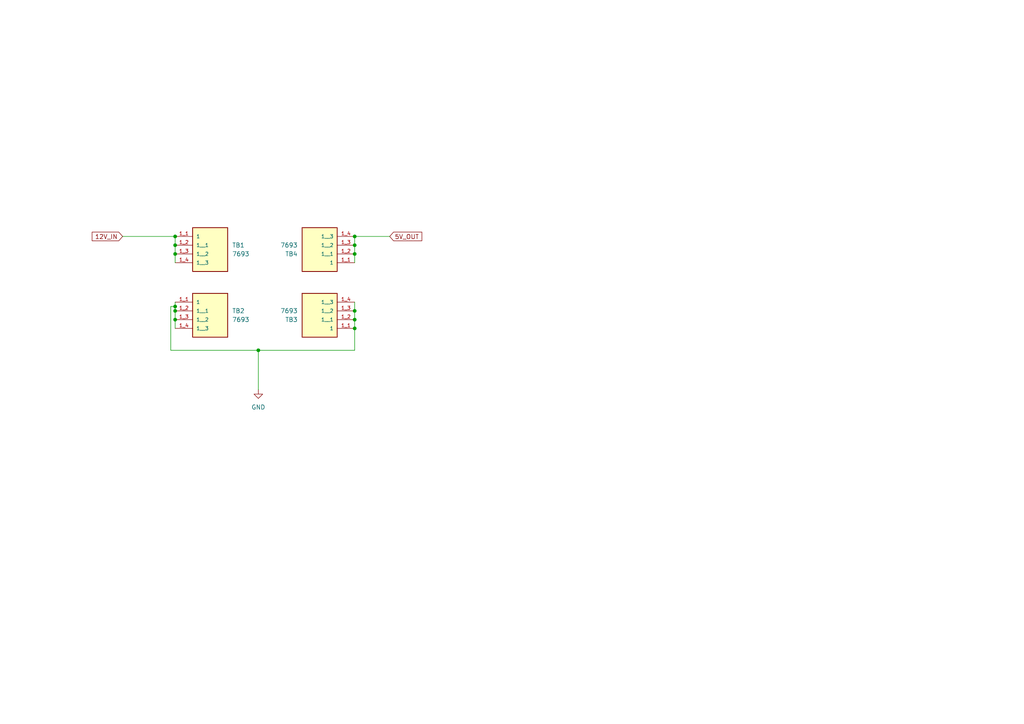
<source format=kicad_sch>
(kicad_sch (version 20231120) (generator "eeschema") (generator_version "8.0")
  (paper "A4")
  (lib_symbols
    (symbol "Terminals:7693" (pin_names (offset 1.016))
      (property "Reference" "J" (at -5.08 3.302 0))
      (property "Value" "7693" (at -5.08 -12.7 0))
      (symbol "7693_0_0"
        (rectangle (start -5.08 -10.16) (end 5.08 2.54) (stroke (width 0.254)) (fill (type background)))
        (pin passive line (at -10.16 0 0) (length 5.08) (name "1") (number "1_1"))
        (pin passive line (at -10.16 -2.54 0) (length 5.08) (name "1__1") (number "1_2"))
        (pin passive line (at -10.16 -5.08 0) (length 5.08) (name "1__2") (number "1_3"))
        (pin passive line (at -10.16 -7.62 0) (length 5.08) (name "1__3") (number "1_4"))
      )
    )
    (symbol "power:GND" (power) (pin_numbers hide) (pin_names (offset 0) hide)
      (property "Value" "GND" (at 0 -3.81 0))
      (symbol "GND_0_1"
        (polyline (pts (xy 0 0) (xy 0 -1.27) (xy 1.27 -1.27) (xy 0 -2.54) (xy -1.27 -1.27) (xy 0 -1.27)))
      )
      (symbol "GND_1_1"
        (pin power_in line (at 0 0 270) (length 0) (name "~") (number "1"))
      )
    )
  )
  (junction (at 102.87 92.71))
  (junction (at 102.87 95.25))
  (junction (at 74.93 101.6))
  (junction (at 102.87 90.17))
  (junction (at 102.87 71.12))
  (junction (at 50.8 68.58))
  (junction (at 102.87 68.58))
  (junction (at 50.8 92.71))
  (junction (at 50.8 88.9))
  (junction (at 50.8 71.12))
  (junction (at 102.87 73.66))
  (junction (at 50.8 73.66))
  (junction (at 50.8 90.17))
  (wire (pts (xy 50.8 71.12) (xy 50.8 73.66)))
  (wire (pts (xy 102.87 68.58) (xy 102.87 71.12)))
  (wire (pts (xy 49.53 101.6) (xy 49.53 88.9)))
  (wire (pts (xy 102.87 90.17) (xy 102.87 92.71)))
  (wire (pts (xy 50.8 90.17) (xy 50.8 92.71)))
  (wire (pts (xy 50.8 87.63) (xy 50.8 88.9)))
  (wire (pts (xy 49.53 88.9) (xy 50.8 88.9)))
  (wire (pts (xy 102.87 71.12) (xy 102.87 73.66)))
  (wire (pts (xy 35.56 68.58) (xy 50.8 68.58)))
  (wire (pts (xy 102.87 73.66) (xy 102.87 76.2)))
  (wire (pts (xy 74.93 101.6) (xy 74.93 113.03)))
  (wire (pts (xy 102.87 95.25) (xy 102.87 101.6)))
  (wire (pts (xy 102.87 92.71) (xy 102.87 95.25)))
  (wire (pts (xy 49.53 101.6) (xy 74.93 101.6)))
  (wire (pts (xy 102.87 101.6) (xy 74.93 101.6)))
  (wire (pts (xy 50.8 73.66) (xy 50.8 76.2)))
  (wire (pts (xy 102.87 87.63) (xy 102.87 90.17)))
  (wire (pts (xy 50.8 88.9) (xy 50.8 90.17)))
  (wire (pts (xy 50.8 92.71) (xy 50.8 95.25)))
  (wire (pts (xy 50.8 68.58) (xy 50.8 71.12)))
  (wire (pts (xy 102.87 68.58) (xy 113.03 68.58)))
  (global_label "5V_OUT" (shape input) (at 113.03 68.58 0) (property "Intersheetrefs" "${INTERSHEET_REFS}" (effects (hide yes))))
  (global_label "12V_IN" (shape input) (at 35.56 68.58 180) (property "Intersheetrefs" "${INTERSHEET_REFS}" (effects (hide yes))))
  (symbol (lib_id "power:GND") (at 74.93 113.03 0) (unit 1)
    (property "Reference" "#PWR07" (effects (hide yes)))
    (property "Value" "GND" (at 74.93 118.11 0))
    (property "Description" "Power symbol creates a global label with name \"GND\" , ground" (effects (hide yes)))
  )
  (symbol (lib_id "Terminals:7693") (at 60.96 68.58 0) (unit 1)
    (property "Reference" "TB1" (at 67.31 71.1199 0) (effects (justify left)))
    (property "Value" "7693" (at 67.31 73.6599 0) (effects (justify left)))
    (property "Footprint" "Termnals:KEYSTONE_7693" (effects (hide yes)))
    (property "Datasheet" "https://www.digikey.in/en/products/detail/keystone-electronics/7693/151562" (effects (hide yes)))
    (property "PARTREV" "G" (effects (hide yes)))
    (property "STANDARD" "Manufacturer Recommendations" (effects (hide yes)))
    (property "MAXIMUM_PACKAGE_HEIGHT" "5.33 mm" (effects (hide yes)))
    (property "MANUFACTURER" "Keystone Electronics" (effects (hide yes)))
    (property "Part#" "  36-7693-ND" (effects (hide yes)))
  )
  (symbol (lib_id "Terminals:7693") (at 60.96 87.63 0) (unit 1)
    (property "Reference" "TB2" (at 67.31 90.1699 0) (effects (justify left)))
    (property "Value" "7693" (at 67.31 92.7099 0) (effects (justify left)))
    (property "Footprint" "Termnals:KEYSTONE_7693" (effects (hide yes)))
    (property "Datasheet" "https://www.digikey.in/en/products/detail/keystone-electronics/7693/151562" (effects (hide yes)))
    (property "PARTREV" "G" (effects (hide yes)))
    (property "STANDARD" "Manufacturer Recommendations" (effects (hide yes)))
    (property "MAXIMUM_PACKAGE_HEIGHT" "5.33 mm" (effects (hide yes)))
    (property "MANUFACTURER" "Keystone Electronics" (effects (hide yes)))
    (property "Part#" "  36-7693-ND" (effects (hide yes)))
  )
  (symbol (lib_id "Terminals:7693") (at 92.71 76.2 180) (unit 1)
    (property "Reference" "TB4" (at 86.36 73.6601 0) (effects (justify left)))
    (property "Value" "7693" (at 86.36 71.1201 0) (effects (justify left)))
    (property "Footprint" "Termnals:KEYSTONE_7693" (effects (hide yes)))
    (property "Datasheet" "https://www.digikey.in/en/products/detail/keystone-electronics/7693/151562" (effects (hide yes)))
    (property "PARTREV" "G" (effects (hide yes)))
    (property "STANDARD" "Manufacturer Recommendations" (effects (hide yes)))
    (property "MAXIMUM_PACKAGE_HEIGHT" "5.33 mm" (effects (hide yes)))
    (property "MANUFACTURER" "Keystone Electronics" (effects (hide yes)))
    (property "Part#" "  36-7693-ND" (effects (hide yes)))
  )
  (symbol (lib_id "Terminals:7693") (at 92.71 95.25 180) (unit 1)
    (property "Reference" "TB3" (at 86.36 92.7101 0) (effects (justify left)))
    (property "Value" "7693" (at 86.36 90.1701 0) (effects (justify left)))
    (property "Footprint" "Termnals:KEYSTONE_7693" (effects (hide yes)))
    (property "Datasheet" "https://www.digikey.in/en/products/detail/keystone-electronics/7693/151562" (effects (hide yes)))
    (property "PARTREV" "G" (effects (hide yes)))
    (property "STANDARD" "Manufacturer Recommendations" (effects (hide yes)))
    (property "MAXIMUM_PACKAGE_HEIGHT" "5.33 mm" (effects (hide yes)))
    (property "MANUFACTURER" "Keystone Electronics" (effects (hide yes)))
    (property "Part#" "  36-7693-ND" (effects (hide yes)))
  )
)
</source>
